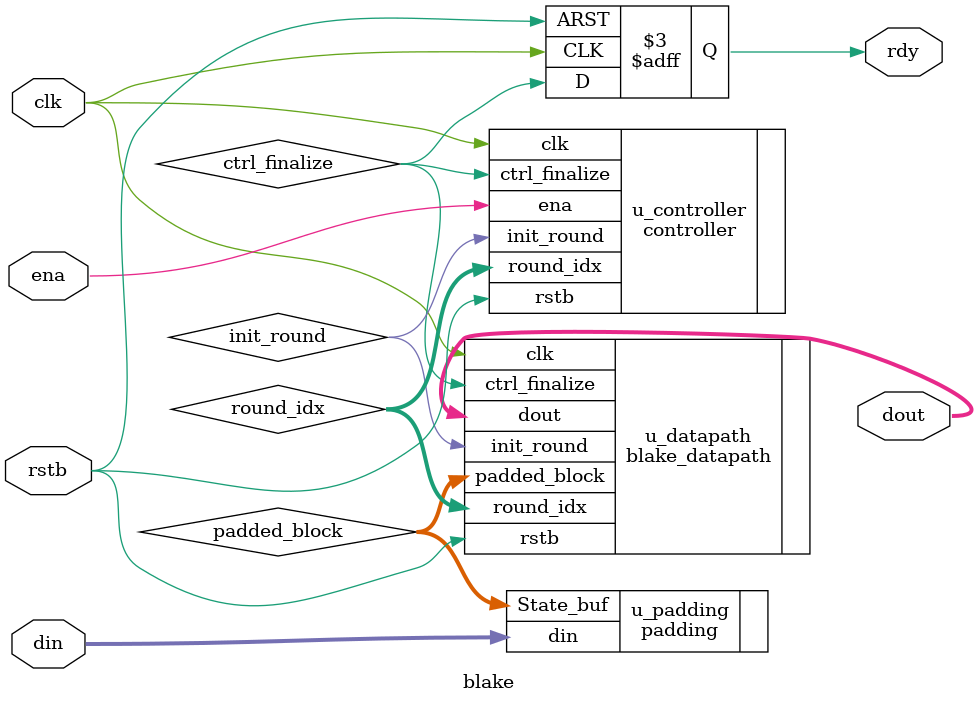
<source format=v>
module blake (
    input  wire          clk,
    input  wire          rstb,
    input  wire          ena,   // 1일 때 해시 시작 (1클럭 펄스)
    input  wire [639:0]  din, // 80 Bytes 입력 데이터 (MSB가 첫 바이트)
    
    output wire [511:0]  dout, // 최종 해시값
    output reg          rdy      // 1일 때 rdy 유효 (완료 신호)
);

    // --- 내부 연결 와이어 ---
    wire [1023:0] padded_block; // 패딩된 128바이트 데이터
    wire          init_round;   // Controller -> Datapath (초기화 지시)
    wire [3:0]    round_idx;    // Controller -> Datapath (라운드 인덱스)
    wire          ctrl_finalize;// Controller -> Datapath (최종 XOR 지시)
    
    // -------------------------------------------------------------------------
    // 1. Padding Module 
    //    80바이트 입력을 받아 BLAKE 규격에 맞게 128바이트로 변환
    // -------------------------------------------------------------------------
    padding u_padding (
        .din       (din),
        .State_buf (padded_block)
    );

    // -------------------------------------------------------------------------
    // 2. Controller Module
    //    전체 흐름(Init -> Round 0~15 -> Finalize) 제어
    // -------------------------------------------------------------------------
    controller #(
        .NROUND(16)
    ) u_controller (
        .clk      (clk),
        .rstb     (rstb),
        .ena  (ena),
        
        .ctrl_finalize (ctrl_finalize), // 계산이 끝나면 Finalize 신호 발생
        .round_idx    (round_idx),     // 현재 라운드 번호
        .init_round   (init_round)     // 초기화 신호
    );

    // -------------------------------------------------------------------------
    // 3. Datapath Module
    //    실제 해시 연산 및 레지스터 관리 (roundreg 내장)
    // -------------------------------------------------------------------------
    blake_datapath u_datapath (
        .clk         (clk),
        .rstb       (rstb),
        .padded_block    (padded_block),
        
        // Control Signals
        .init_round  (init_round),
        .round_idx   (round_idx),
        .ctrl_finalize    (ctrl_finalize),
        
        // Output
        .dout    (dout)
    );

    // -------------------------------------------------------------------------
    // 4. Output Timing Alignment
    //    Datapath가 ctrl_finalize 신호를 받고 XOR하여 레지스터에 쓰는 데 1클럭이 소요되므로, done 신호를 1클럭 지연시켜 출력
    // -------------------------------------------------------------------------
    always @(posedge clk or negedge rstb) begin
        if (!rstb) begin
            rdy <= 1'b0;
        end else begin
            rdy <= ctrl_finalize;
        end
    end

endmodule

</source>
